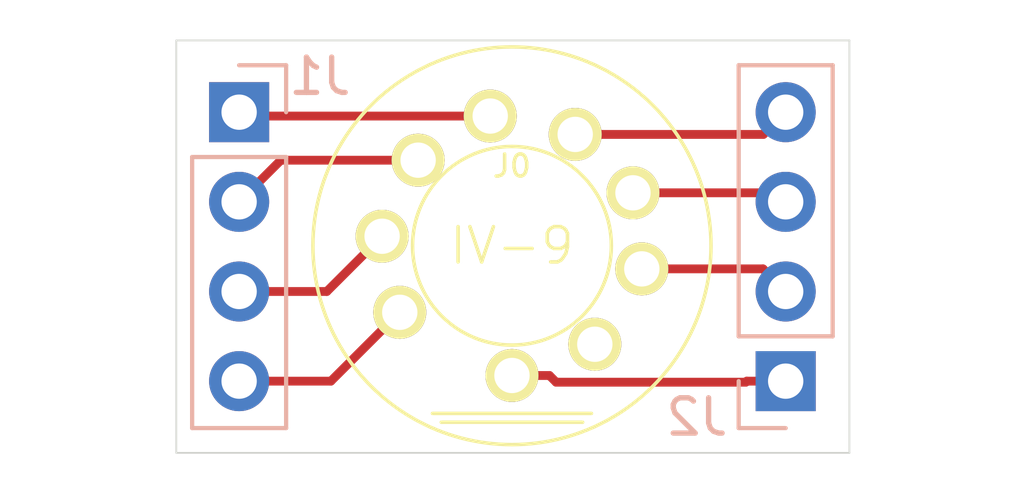
<source format=kicad_pcb>
(kicad_pcb (version 20171130) (host pcbnew 5.1.5-52549c5~86~ubuntu19.10.1)

  (general
    (thickness 1.6)
    (drawings 4)
    (tracks 19)
    (zones 0)
    (modules 3)
    (nets 10)
  )

  (page A4)
  (layers
    (0 F.Cu signal)
    (31 B.Cu signal)
    (32 B.Adhes user)
    (33 F.Adhes user)
    (34 B.Paste user)
    (35 F.Paste user)
    (36 B.SilkS user)
    (37 F.SilkS user)
    (38 B.Mask user)
    (39 F.Mask user)
    (40 Dwgs.User user)
    (41 Cmts.User user)
    (42 Eco1.User user)
    (43 Eco2.User user)
    (44 Edge.Cuts user)
    (45 Margin user)
    (46 B.CrtYd user)
    (47 F.CrtYd user)
    (48 B.Fab user)
    (49 F.Fab user)
  )

  (setup
    (last_trace_width 0.25)
    (trace_clearance 0.2)
    (zone_clearance 0.508)
    (zone_45_only no)
    (trace_min 0.2)
    (via_size 0.8)
    (via_drill 0.4)
    (via_min_size 0.4)
    (via_min_drill 0.3)
    (uvia_size 0.3)
    (uvia_drill 0.1)
    (uvias_allowed no)
    (uvia_min_size 0.2)
    (uvia_min_drill 0.1)
    (edge_width 0.05)
    (segment_width 0.2)
    (pcb_text_width 0.3)
    (pcb_text_size 1.5 1.5)
    (mod_edge_width 0.12)
    (mod_text_size 1 1)
    (mod_text_width 0.15)
    (pad_size 1.524 1.524)
    (pad_drill 0.762)
    (pad_to_mask_clearance 0.051)
    (solder_mask_min_width 0.25)
    (aux_axis_origin 0 0)
    (visible_elements FFFFFF7F)
    (pcbplotparams
      (layerselection 0x010fc_ffffffff)
      (usegerberextensions false)
      (usegerberattributes false)
      (usegerberadvancedattributes false)
      (creategerberjobfile false)
      (excludeedgelayer true)
      (linewidth 0.100000)
      (plotframeref false)
      (viasonmask false)
      (mode 1)
      (useauxorigin false)
      (hpglpennumber 1)
      (hpglpenspeed 20)
      (hpglpendiameter 15.000000)
      (psnegative false)
      (psa4output false)
      (plotreference true)
      (plotvalue true)
      (plotinvisibletext false)
      (padsonsilk false)
      (subtractmaskfromsilk false)
      (outputformat 1)
      (mirror false)
      (drillshape 1)
      (scaleselection 1)
      (outputdirectory ""))
  )

  (net 0 "")
  (net 1 "Net-(J0-Pad1)")
  (net 2 "Net-(J0-Pad2)")
  (net 3 "Net-(J0-Pad3)")
  (net 4 "Net-(J0-Pad4)")
  (net 5 "Net-(J0-Pad5)")
  (net 6 "Net-(J0-Pad6)")
  (net 7 "Net-(J0-Pad7)")
  (net 8 "Net-(J0-Pad8)")
  (net 9 "Net-(J0-Pad9)")

  (net_class Default "This is the default net class."
    (clearance 0.2)
    (trace_width 0.25)
    (via_dia 0.8)
    (via_drill 0.4)
    (uvia_dia 0.3)
    (uvia_drill 0.1)
    (add_net "Net-(J0-Pad1)")
    (add_net "Net-(J0-Pad2)")
    (add_net "Net-(J0-Pad3)")
    (add_net "Net-(J0-Pad4)")
    (add_net "Net-(J0-Pad5)")
    (add_net "Net-(J0-Pad6)")
    (add_net "Net-(J0-Pad7)")
    (add_net "Net-(J0-Pad8)")
    (add_net "Net-(J0-Pad9)")
  )

  (module Connector_PinHeader_2.54mm:PinHeader_1x04_P2.54mm_Vertical (layer B.Cu) (tedit 59FED5CC) (tstamp 5EA7D4EE)
    (at 167.1066 94.742)
    (descr "Through hole straight pin header, 1x04, 2.54mm pitch, single row")
    (tags "Through hole pin header THT 1x04 2.54mm single row")
    (path /5EA7C168)
    (fp_text reference J2 (at -2.5146 1.016) (layer B.SilkS)
      (effects (font (size 1 1) (thickness 0.15)) (justify mirror))
    )
    (fp_text value Conn_01x04_Male (at 0 -9.95) (layer B.Fab)
      (effects (font (size 1 1) (thickness 0.15)) (justify mirror))
    )
    (fp_text user %R (at 0 -3.81 -90) (layer B.Fab)
      (effects (font (size 1 1) (thickness 0.15)) (justify mirror))
    )
    (fp_line (start 1.8 1.8) (end -1.8 1.8) (layer B.CrtYd) (width 0.05))
    (fp_line (start 1.8 -9.4) (end 1.8 1.8) (layer B.CrtYd) (width 0.05))
    (fp_line (start -1.8 -9.4) (end 1.8 -9.4) (layer B.CrtYd) (width 0.05))
    (fp_line (start -1.8 1.8) (end -1.8 -9.4) (layer B.CrtYd) (width 0.05))
    (fp_line (start -1.33 1.33) (end 0 1.33) (layer B.SilkS) (width 0.12))
    (fp_line (start -1.33 0) (end -1.33 1.33) (layer B.SilkS) (width 0.12))
    (fp_line (start -1.33 -1.27) (end 1.33 -1.27) (layer B.SilkS) (width 0.12))
    (fp_line (start 1.33 -1.27) (end 1.33 -8.95) (layer B.SilkS) (width 0.12))
    (fp_line (start -1.33 -1.27) (end -1.33 -8.95) (layer B.SilkS) (width 0.12))
    (fp_line (start -1.33 -8.95) (end 1.33 -8.95) (layer B.SilkS) (width 0.12))
    (fp_line (start -1.27 0.635) (end -0.635 1.27) (layer B.Fab) (width 0.1))
    (fp_line (start -1.27 -8.89) (end -1.27 0.635) (layer B.Fab) (width 0.1))
    (fp_line (start 1.27 -8.89) (end -1.27 -8.89) (layer B.Fab) (width 0.1))
    (fp_line (start 1.27 1.27) (end 1.27 -8.89) (layer B.Fab) (width 0.1))
    (fp_line (start -0.635 1.27) (end 1.27 1.27) (layer B.Fab) (width 0.1))
    (pad 4 thru_hole oval (at 0 -7.62) (size 1.7 1.7) (drill 1) (layers *.Cu *.Mask)
      (net 5 "Net-(J0-Pad5)"))
    (pad 3 thru_hole oval (at 0 -5.08) (size 1.7 1.7) (drill 1) (layers *.Cu *.Mask)
      (net 4 "Net-(J0-Pad4)"))
    (pad 2 thru_hole oval (at 0 -2.54) (size 1.7 1.7) (drill 1) (layers *.Cu *.Mask)
      (net 3 "Net-(J0-Pad3)"))
    (pad 1 thru_hole rect (at 0 0) (size 1.7 1.7) (drill 1) (layers *.Cu *.Mask)
      (net 1 "Net-(J0-Pad1)"))
    (model ${KISYS3DMOD}/Connector_PinHeader_2.54mm.3dshapes/PinHeader_1x04_P2.54mm_Vertical.wrl
      (at (xyz 0 0 0))
      (scale (xyz 1 1 1))
      (rotate (xyz 0 0 0))
    )
  )

  (module Connector_PinHeader_2.54mm:PinHeader_1x04_P2.54mm_Vertical (layer B.Cu) (tedit 59FED5CC) (tstamp 5EA7D639)
    (at 151.638 87.122 180)
    (descr "Through hole straight pin header, 1x04, 2.54mm pitch, single row")
    (tags "Through hole pin header THT 1x04 2.54mm single row")
    (path /5EA7BCC8)
    (fp_text reference J1 (at -2.286 1.016) (layer B.SilkS)
      (effects (font (size 1 1) (thickness 0.15)) (justify mirror))
    )
    (fp_text value Conn_01x04_Male (at 0 -9.95) (layer B.Fab)
      (effects (font (size 1 1) (thickness 0.15)) (justify mirror))
    )
    (fp_text user %R (at 0 -3.81 270) (layer B.Fab)
      (effects (font (size 1 1) (thickness 0.15)) (justify mirror))
    )
    (fp_line (start 1.8 1.8) (end -1.8 1.8) (layer B.CrtYd) (width 0.05))
    (fp_line (start 1.8 -9.4) (end 1.8 1.8) (layer B.CrtYd) (width 0.05))
    (fp_line (start -1.8 -9.4) (end 1.8 -9.4) (layer B.CrtYd) (width 0.05))
    (fp_line (start -1.8 1.8) (end -1.8 -9.4) (layer B.CrtYd) (width 0.05))
    (fp_line (start -1.33 1.33) (end 0 1.33) (layer B.SilkS) (width 0.12))
    (fp_line (start -1.33 0) (end -1.33 1.33) (layer B.SilkS) (width 0.12))
    (fp_line (start -1.33 -1.27) (end 1.33 -1.27) (layer B.SilkS) (width 0.12))
    (fp_line (start 1.33 -1.27) (end 1.33 -8.95) (layer B.SilkS) (width 0.12))
    (fp_line (start -1.33 -1.27) (end -1.33 -8.95) (layer B.SilkS) (width 0.12))
    (fp_line (start -1.33 -8.95) (end 1.33 -8.95) (layer B.SilkS) (width 0.12))
    (fp_line (start -1.27 0.635) (end -0.635 1.27) (layer B.Fab) (width 0.1))
    (fp_line (start -1.27 -8.89) (end -1.27 0.635) (layer B.Fab) (width 0.1))
    (fp_line (start 1.27 -8.89) (end -1.27 -8.89) (layer B.Fab) (width 0.1))
    (fp_line (start 1.27 1.27) (end 1.27 -8.89) (layer B.Fab) (width 0.1))
    (fp_line (start -0.635 1.27) (end 1.27 1.27) (layer B.Fab) (width 0.1))
    (pad 4 thru_hole oval (at 0 -7.62 180) (size 1.7 1.7) (drill 1) (layers *.Cu *.Mask)
      (net 9 "Net-(J0-Pad9)"))
    (pad 3 thru_hole oval (at 0 -5.08 180) (size 1.7 1.7) (drill 1) (layers *.Cu *.Mask)
      (net 8 "Net-(J0-Pad8)"))
    (pad 2 thru_hole oval (at 0 -2.54 180) (size 1.7 1.7) (drill 1) (layers *.Cu *.Mask)
      (net 7 "Net-(J0-Pad7)"))
    (pad 1 thru_hole rect (at 0 0 180) (size 1.7 1.7) (drill 1) (layers *.Cu *.Mask)
      (net 6 "Net-(J0-Pad6)"))
    (model ${KISYS3DMOD}/Connector_PinHeader_2.54mm.3dshapes/PinHeader_1x04_P2.54mm_Vertical.wrl
      (at (xyz 0 0 0))
      (scale (xyz 1 1 1))
      (rotate (xyz 0 0 0))
    )
  )

  (module numitron:NUM_IV-9 (layer F.Cu) (tedit 0) (tstamp 5EA7BE95)
    (at 159.3596 90.9066)
    (descr "Numitron IV-9 pinout")
    (path /5EA869F1)
    (fp_text reference J0 (at 0 -2.2606) (layer F.SilkS)
      (effects (font (size 0.625 0.625) (thickness 0.1)))
    )
    (fp_text value Conn_01x09_Female (at 0 6.5) (layer F.SilkS) hide
      (effects (font (size 0.625 0.625) (thickness 0.1)))
    )
    (fp_text user IV-9 (at 0 0) (layer F.SilkS)
      (effects (font (size 1 1) (thickness 0.1)))
    )
    (fp_line (start -2 5) (end 2 5) (layer F.SilkS) (width 0.1))
    (fp_line (start -2.25 4.75) (end 2.25 4.75) (layer F.SilkS) (width 0.1))
    (fp_circle (center 0 0) (end 3.983486 3.983486) (layer F.SilkS) (width 0.1))
    (fp_circle (center 0 0) (end 1.989445 1.989445) (layer F.SilkS) (width 0.1))
    (pad 1 thru_hole circle (at 0 3.675) (size 1.5 1.5) (drill 1) (layers *.Cu *.Mask F.SilkS)
      (net 1 "Net-(J0-Pad1)"))
    (pad 2 thru_hole circle (at 2.345 2.79) (size 1.5 1.5) (drill 1) (layers *.Cu *.Mask F.SilkS)
      (net 2 "Net-(J0-Pad2)"))
    (pad 3 thru_hole circle (at 3.675 0.655) (size 1.5 1.5) (drill 1) (layers *.Cu *.Mask F.SilkS)
      (net 3 "Net-(J0-Pad3)"))
    (pad 4 thru_hole circle (at 3.425 -1.5) (size 1.5 1.5) (drill 1) (layers *.Cu *.Mask F.SilkS)
      (net 4 "Net-(J0-Pad4)"))
    (pad 5 thru_hole circle (at 1.79 -3.155) (size 1.5 1.5) (drill 1) (layers *.Cu *.Mask F.SilkS)
      (net 5 "Net-(J0-Pad5)"))
    (pad 6 thru_hole circle (at -0.615 -3.675) (size 1.5 1.5) (drill 1) (layers *.Cu *.Mask F.SilkS)
      (net 6 "Net-(J0-Pad6)"))
    (pad 7 thru_hole circle (at -2.655 -2.425) (size 1.5 1.5) (drill 1) (layers *.Cu *.Mask F.SilkS)
      (net 7 "Net-(J0-Pad7)"))
    (pad 8 thru_hole circle (at -3.675 -0.27) (size 1.5 1.5) (drill 1) (layers *.Cu *.Mask F.SilkS)
      (net 8 "Net-(J0-Pad8)"))
    (pad 9 thru_hole circle (at -3.175 1.885) (size 1.5 1.5) (drill 1) (layers *.Cu *.Mask F.SilkS)
      (net 9 "Net-(J0-Pad9)"))
  )

  (gr_line (start 149.86 96.774) (end 149.86 85.09) (layer Edge.Cuts) (width 0.05) (tstamp 5EA7D69B))
  (gr_line (start 168.91 96.774) (end 149.86 96.774) (layer Edge.Cuts) (width 0.05))
  (gr_line (start 168.91 85.09) (end 168.91 96.774) (layer Edge.Cuts) (width 0.05))
  (gr_line (start 149.86 85.09) (end 168.91 85.09) (layer Edge.Cuts) (width 0.05))

  (segment (start 166.0066 94.742) (end 167.1066 94.742) (width 0.25) (layer F.Cu) (net 1))
  (segment (start 165.976999 94.771601) (end 166.0066 94.742) (width 0.25) (layer F.Cu) (net 1))
  (segment (start 160.610261 94.771601) (end 165.976999 94.771601) (width 0.25) (layer F.Cu) (net 1))
  (segment (start 160.42026 94.5816) (end 160.610261 94.771601) (width 0.25) (layer F.Cu) (net 1))
  (segment (start 159.3596 94.5816) (end 160.42026 94.5816) (width 0.25) (layer F.Cu) (net 1))
  (segment (start 166.4662 91.5616) (end 167.1066 92.202) (width 0.25) (layer F.Cu) (net 3))
  (segment (start 163.0346 91.5616) (end 166.4662 91.5616) (width 0.25) (layer F.Cu) (net 3))
  (segment (start 166.8512 89.4066) (end 167.1066 89.662) (width 0.25) (layer F.Cu) (net 4))
  (segment (start 162.7846 89.4066) (end 166.8512 89.4066) (width 0.25) (layer F.Cu) (net 4))
  (segment (start 166.477 87.7516) (end 167.1066 87.122) (width 0.25) (layer F.Cu) (net 5))
  (segment (start 161.1496 87.7516) (end 166.477 87.7516) (width 0.25) (layer F.Cu) (net 5))
  (segment (start 151.7476 87.2316) (end 151.638 87.122) (width 0.25) (layer F.Cu) (net 6))
  (segment (start 158.7446 87.2316) (end 151.7476 87.2316) (width 0.25) (layer F.Cu) (net 6))
  (segment (start 152.8184 88.4816) (end 151.638 89.662) (width 0.25) (layer F.Cu) (net 7))
  (segment (start 156.7046 88.4816) (end 152.8184 88.4816) (width 0.25) (layer F.Cu) (net 7))
  (segment (start 154.1192 92.202) (end 151.638 92.202) (width 0.25) (layer F.Cu) (net 8))
  (segment (start 155.6846 90.6366) (end 154.1192 92.202) (width 0.25) (layer F.Cu) (net 8))
  (segment (start 154.2342 94.742) (end 151.638 94.742) (width 0.25) (layer F.Cu) (net 9))
  (segment (start 156.1846 92.7916) (end 154.2342 94.742) (width 0.25) (layer F.Cu) (net 9))

)

</source>
